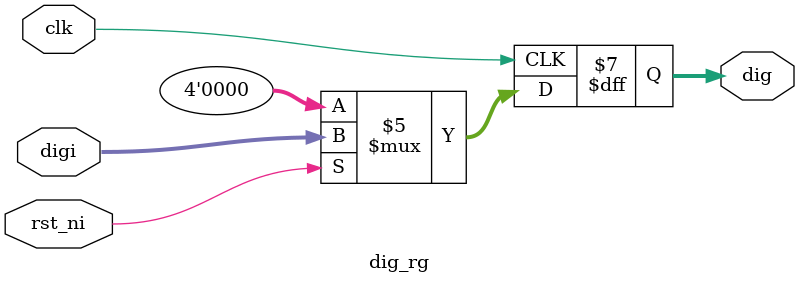
<source format=sv>
module dig_rg 
(input clk, rst_ni,
 input [3:0] digi,
 output reg [3:0] dig);

initial dig = 0;

always @(posedge clk )
if (!rst_ni) 
	dig <= 0;
else 
	dig <= digi;

			
endmodule 
</source>
